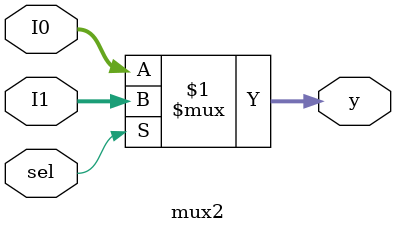
<source format=v>
module mux2 #(
    parameter N = 8
) (
    input  wire [N-1:0] I0,
    input  wire [N-1:0] I1,
    input  wire sel,
    output wire [N-1:0] y
);

    assign y = sel ? I1 : I0;

endmodule

</source>
